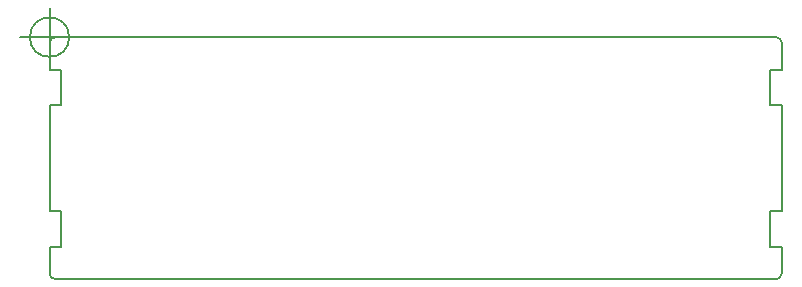
<source format=gm1>
G04 #@! TF.GenerationSoftware,KiCad,Pcbnew,(5.1.5)-3*
G04 #@! TF.CreationDate,2020-05-12T20:49:58+02:00*
G04 #@! TF.ProjectId,TinyK22,54696e79-4b32-4322-9e6b-696361645f70,1.0*
G04 #@! TF.SameCoordinates,Original*
G04 #@! TF.FileFunction,Profile,NP*
%FSLAX46Y46*%
G04 Gerber Fmt 4.6, Leading zero omitted, Abs format (unit mm)*
G04 Created by KiCad (PCBNEW (5.1.5)-3) date 2020-05-12 20:49:58*
%MOMM*%
%LPD*%
G04 APERTURE LIST*
%ADD10C,0.150000*%
G04 APERTURE END LIST*
D10*
X1666666Y0D02*
G75*
G03X1666666Y0I-1666666J0D01*
G01*
X-2500000Y0D02*
X2500000Y0D01*
X0Y2500000D02*
X0Y-2500000D01*
X1000000Y-2750000D02*
X0Y-2750000D01*
X0Y-500000D02*
X0Y-2750000D01*
X0Y-14750000D02*
X0Y-5750000D01*
X62000000Y-20000000D02*
X62000000Y-17750000D01*
X62000000Y-5750000D02*
X62000000Y-14750000D01*
X1000000Y-14750000D02*
X0Y-14750000D01*
X1000000Y-17750000D02*
X1000000Y-14750000D01*
X0Y-17750000D02*
X1000000Y-17750000D01*
X1000000Y-5750000D02*
X0Y-5750000D01*
X1000000Y-2750000D02*
X1000000Y-5750000D01*
X61000000Y-5750000D02*
X62000000Y-5750000D01*
X61000000Y-2750000D02*
X61000000Y-5750000D01*
X62000000Y-2750000D02*
X61000000Y-2750000D01*
X61000000Y-14750000D02*
X62000000Y-14750000D01*
X61000000Y-17750000D02*
X61000000Y-14750000D01*
X62000000Y-17750000D02*
X61000000Y-17750000D01*
X0Y-20000000D02*
X0Y-17750000D01*
X62000000Y-500000D02*
G75*
G03X61500000Y0I-500000J0D01*
G01*
X61500000Y-20500000D02*
G75*
G03X62000000Y-20000000I0J500000D01*
G01*
X0Y-20000000D02*
G75*
G03X500000Y-20500000I500000J0D01*
G01*
X500000Y0D02*
G75*
G03X0Y-500000I0J-500000D01*
G01*
X62000000Y-2750000D02*
X62000000Y-500000D01*
X500000Y-20500000D02*
X61500000Y-20500000D01*
X500000Y0D02*
X61500000Y0D01*
M02*

</source>
